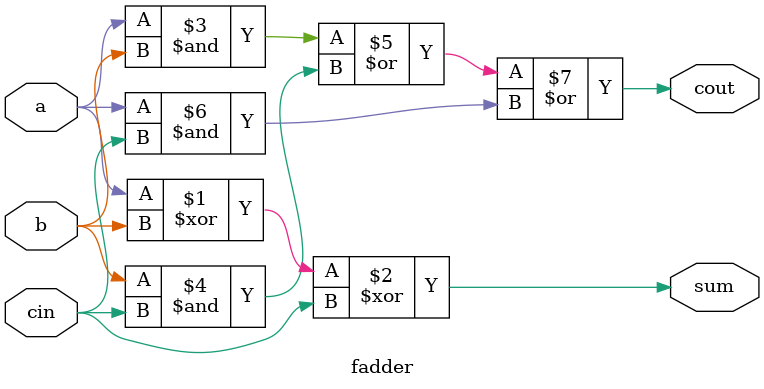
<source format=v>
module top_module( 
    input [2:0] a, b,
    input cin,
    output [2:0] cout,
    output [2:0] sum );
    
    wire[2:0] inter_cout;

    fadder finst0 (.a(a[0]),.b(b[0]),.cin(cin),.cout(inter_cout[0]),.sum(sum[0]));
    
    genvar i;
    
    generate
        for(i = 1;i<3;i++)
            begin:adders
                fadder finst0 (.a(a[i]),.b(b[i]),.cin(inter_cout[i-1]),.cout(inter_cout[i]),.sum(sum[i]));
            end        
    endgenerate
      assign cout = inter_cout;
    
    
    
    
endmodule

module fadder( 
    input a, b, cin,
    output cout, sum );

    assign sum = a^b^cin;
    assign cout = (a&b)|(b&cin)|(a&cin);
    
endmodule

</source>
